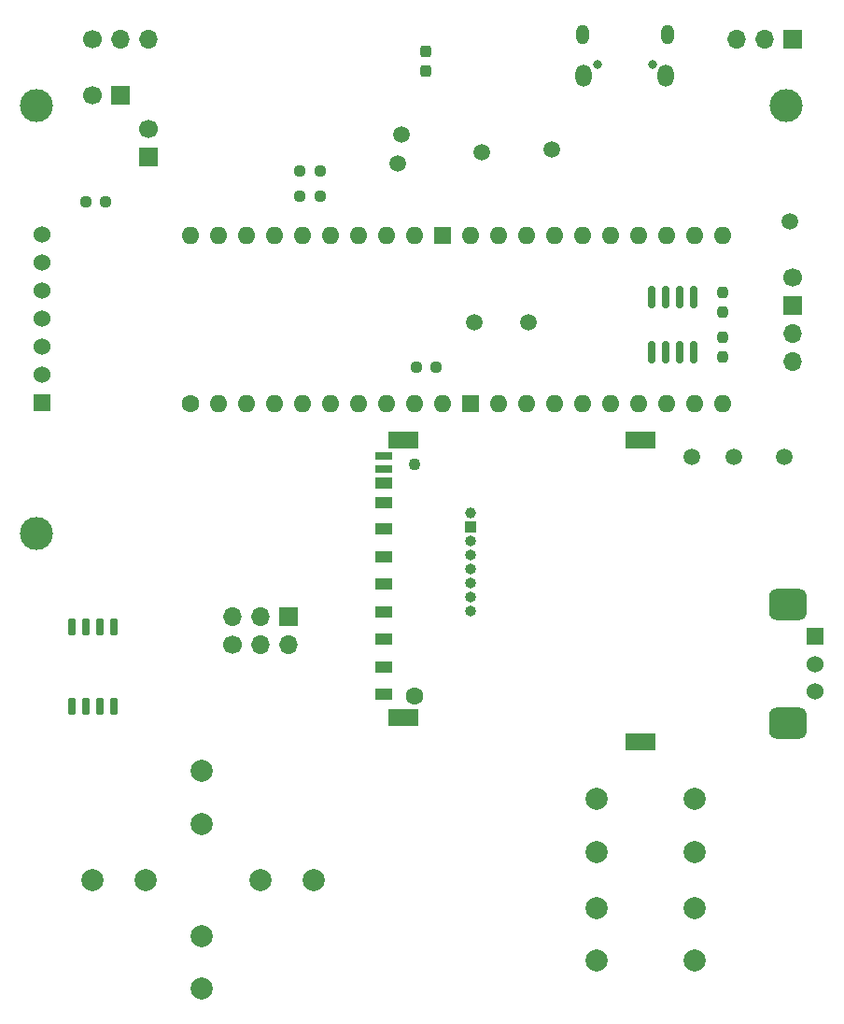
<source format=gbs>
G04 #@! TF.GenerationSoftware,KiCad,Pcbnew,7.0.7*
G04 #@! TF.CreationDate,2023-09-24T19:29:38+02:00*
G04 #@! TF.ProjectId,ardumate,61726475-6d61-4746-952e-6b696361645f,rev?*
G04 #@! TF.SameCoordinates,Original*
G04 #@! TF.FileFunction,Soldermask,Bot*
G04 #@! TF.FilePolarity,Negative*
%FSLAX46Y46*%
G04 Gerber Fmt 4.6, Leading zero omitted, Abs format (unit mm)*
G04 Created by KiCad (PCBNEW 7.0.7) date 2023-09-24 19:29:38*
%MOMM*%
%LPD*%
G01*
G04 APERTURE LIST*
G04 Aperture macros list*
%AMRoundRect*
0 Rectangle with rounded corners*
0 $1 Rounding radius*
0 $2 $3 $4 $5 $6 $7 $8 $9 X,Y pos of 4 corners*
0 Add a 4 corners polygon primitive as box body*
4,1,4,$2,$3,$4,$5,$6,$7,$8,$9,$2,$3,0*
0 Add four circle primitives for the rounded corners*
1,1,$1+$1,$2,$3*
1,1,$1+$1,$4,$5*
1,1,$1+$1,$6,$7*
1,1,$1+$1,$8,$9*
0 Add four rect primitives between the rounded corners*
20,1,$1+$1,$2,$3,$4,$5,0*
20,1,$1+$1,$4,$5,$6,$7,0*
20,1,$1+$1,$6,$7,$8,$9,0*
20,1,$1+$1,$8,$9,$2,$3,0*%
G04 Aperture macros list end*
%ADD10C,1.500000*%
%ADD11C,2.000000*%
%ADD12C,1.524000*%
%ADD13R,1.524000X1.524000*%
%ADD14RoundRect,0.725000X0.975000X-0.725000X0.975000X0.725000X-0.975000X0.725000X-0.975000X-0.725000X0*%
%ADD15C,1.600000*%
%ADD16O,1.600000X1.600000*%
%ADD17R,1.600000X1.600000*%
%ADD18C,1.700000*%
%ADD19O,1.700000X1.700000*%
%ADD20R,1.700000X1.700000*%
%ADD21C,1.000000*%
%ADD22R,1.000000X1.000000*%
%ADD23O,1.000000X1.000000*%
%ADD24O,0.800000X0.800000*%
%ADD25O,1.150000X1.800000*%
%ADD26O,1.450000X2.000000*%
%ADD27C,3.000000*%
%ADD28RoundRect,0.237500X0.237500X-0.300000X0.237500X0.300000X-0.237500X0.300000X-0.237500X-0.300000X0*%
%ADD29RoundRect,0.237500X0.250000X0.237500X-0.250000X0.237500X-0.250000X-0.237500X0.250000X-0.237500X0*%
%ADD30RoundRect,0.237500X0.237500X-0.250000X0.237500X0.250000X-0.237500X0.250000X-0.237500X-0.250000X0*%
%ADD31C,1.100000*%
%ADD32R,1.500000X1.000000*%
%ADD33R,1.500000X0.700000*%
%ADD34R,2.800000X1.500000*%
%ADD35RoundRect,0.237500X-0.237500X0.250000X-0.237500X-0.250000X0.237500X-0.250000X0.237500X0.250000X0*%
%ADD36RoundRect,0.150000X0.150000X-0.825000X0.150000X0.825000X-0.150000X0.825000X-0.150000X-0.825000X0*%
%ADD37RoundRect,0.150000X-0.150000X0.650000X-0.150000X-0.650000X0.150000X-0.650000X0.150000X0.650000X0*%
G04 APERTURE END LIST*
D10*
X150876000Y-53213000D03*
X167386000Y-81026000D03*
X172466000Y-59690000D03*
D11*
X113995200Y-119380000D03*
X109220000Y-119380000D03*
X154940000Y-116840000D03*
X154940000Y-112064800D03*
D12*
X174752000Y-102322000D03*
X174752000Y-99822000D03*
D13*
X174752000Y-97322000D03*
D14*
X172252000Y-94422000D03*
X172252000Y-105222000D03*
D15*
X118115000Y-76205000D03*
D16*
X120655000Y-76205000D03*
X123195000Y-76205000D03*
X125735000Y-76205000D03*
X128275000Y-76205000D03*
X130815000Y-76205000D03*
X133355000Y-76205000D03*
X135895000Y-76205000D03*
X138435000Y-76205000D03*
X140975000Y-76205000D03*
D17*
X143515000Y-76205000D03*
D16*
X146055000Y-76205000D03*
X148595000Y-76205000D03*
X151135000Y-76205000D03*
X153675000Y-76205000D03*
X156215000Y-76205000D03*
X158755000Y-76205000D03*
X161295000Y-76205000D03*
X163835000Y-76205000D03*
X166375000Y-76205000D03*
X166375000Y-60965000D03*
X163835000Y-60965000D03*
X161295000Y-60965000D03*
X158755000Y-60965000D03*
X156215000Y-60965000D03*
X153675000Y-60965000D03*
X151135000Y-60965000D03*
X148595000Y-60965000D03*
X146055000Y-60965000D03*
X143515000Y-60965000D03*
D17*
X140975000Y-60965000D03*
D16*
X138435000Y-60965000D03*
X135895000Y-60965000D03*
X133355000Y-60965000D03*
X130815000Y-60965000D03*
X128275000Y-60965000D03*
X125735000Y-60965000D03*
X123195000Y-60965000D03*
X120655000Y-60965000D03*
X118115000Y-60965000D03*
D18*
X121920000Y-98044000D03*
D19*
X121920000Y-95504000D03*
X124460000Y-98044000D03*
X124460000Y-95504000D03*
X127000000Y-98044000D03*
D20*
X127000000Y-95504000D03*
D10*
X148754000Y-68834000D03*
X143854000Y-68834000D03*
D18*
X109220000Y-43180000D03*
D19*
X111760000Y-43180000D03*
X114300000Y-43180000D03*
D11*
X163830000Y-116840000D03*
X163830000Y-112064800D03*
D10*
X171958000Y-81026000D03*
D11*
X124460000Y-119380000D03*
X129235200Y-119380000D03*
D18*
X172720000Y-64770000D03*
D20*
X172720000Y-67310000D03*
D19*
X172720000Y-69850000D03*
X172720000Y-72390000D03*
D21*
X143510000Y-86106000D03*
D22*
X143510000Y-87376000D03*
D23*
X143510000Y-88646000D03*
X143510000Y-89916000D03*
X143510000Y-91186000D03*
X143510000Y-92456000D03*
X143510000Y-93726000D03*
X143510000Y-94996000D03*
D11*
X154940000Y-121920000D03*
X154940000Y-126695200D03*
D10*
X163576000Y-81026000D03*
D11*
X163830000Y-121920000D03*
X163830000Y-126695200D03*
X119075200Y-109524800D03*
X119075200Y-114300000D03*
D18*
X114300000Y-51308000D03*
D20*
X114300000Y-53848000D03*
D24*
X159985000Y-45497000D03*
X154985000Y-45497000D03*
D25*
X161360000Y-42747000D03*
D26*
X161210000Y-46547000D03*
X153760000Y-46547000D03*
D25*
X153610000Y-42747000D03*
D20*
X172720000Y-43180000D03*
D19*
X170180000Y-43180000D03*
X167640000Y-43180000D03*
D18*
X109220000Y-48260000D03*
D20*
X111760000Y-48260000D03*
D11*
X119075200Y-124460000D03*
X119075200Y-129235200D03*
D27*
X104129840Y-87978945D03*
X104140000Y-49182985D03*
X172135800Y-49193145D03*
D13*
X104617520Y-76142545D03*
D12*
X104617520Y-73602545D03*
X104617520Y-71062545D03*
X104617520Y-68522545D03*
X104617520Y-65982545D03*
X104617520Y-63442545D03*
X104617520Y-60902545D03*
D10*
X144526000Y-53467000D03*
D28*
X139446000Y-46074500D03*
X139446000Y-44349500D03*
D29*
X140358500Y-72898000D03*
X138533500Y-72898000D03*
D30*
X166370000Y-72032500D03*
X166370000Y-70207500D03*
D31*
X138399000Y-81718000D03*
D15*
X138399000Y-102718000D03*
D32*
X135599000Y-100093000D03*
X135599000Y-97593000D03*
X135599000Y-95093000D03*
X135599000Y-92593000D03*
X135599000Y-90093000D03*
X135599000Y-87593000D03*
X135599000Y-85163000D03*
X135599000Y-83463000D03*
X135599000Y-102593000D03*
D33*
X135599000Y-82163000D03*
X135599000Y-80963000D03*
D34*
X158899000Y-79568000D03*
X137399000Y-79568000D03*
X137399000Y-104668000D03*
X158899000Y-106868000D03*
D35*
X166370000Y-66143500D03*
X166370000Y-67968500D03*
D29*
X129841000Y-57404000D03*
X128016000Y-57404000D03*
D10*
X137204000Y-51816000D03*
D29*
X110386500Y-57912000D03*
X108561500Y-57912000D03*
X129841000Y-55118000D03*
X128016000Y-55118000D03*
D10*
X136906000Y-54483000D03*
D36*
X163703000Y-71563000D03*
X162433000Y-71563000D03*
X161163000Y-71563000D03*
X159893000Y-71563000D03*
X159893000Y-66613000D03*
X161163000Y-66613000D03*
X162433000Y-66613000D03*
X163703000Y-66613000D03*
D37*
X107315000Y-96476000D03*
X108585000Y-96476000D03*
X109855000Y-96476000D03*
X111125000Y-96476000D03*
X111125000Y-103676000D03*
X109855000Y-103676000D03*
X108585000Y-103676000D03*
X107315000Y-103676000D03*
M02*

</source>
